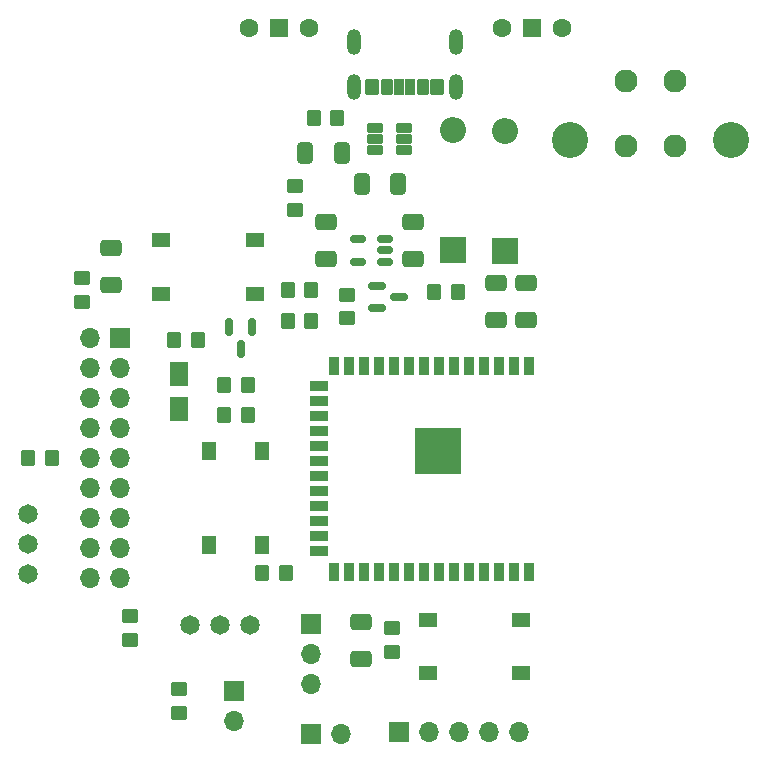
<source format=gbr>
%TF.GenerationSoftware,KiCad,Pcbnew,8.0.8*%
%TF.CreationDate,2025-03-03T07:56:09-06:00*%
%TF.ProjectId,Final Project V1,46696e61-6c20-4507-926f-6a6563742056,rev?*%
%TF.SameCoordinates,Original*%
%TF.FileFunction,Soldermask,Top*%
%TF.FilePolarity,Negative*%
%FSLAX46Y46*%
G04 Gerber Fmt 4.6, Leading zero omitted, Abs format (unit mm)*
G04 Created by KiCad (PCBNEW 8.0.8) date 2025-03-03 07:56:09*
%MOMM*%
%LPD*%
G01*
G04 APERTURE LIST*
G04 Aperture macros list*
%AMRoundRect*
0 Rectangle with rounded corners*
0 $1 Rounding radius*
0 $2 $3 $4 $5 $6 $7 $8 $9 X,Y pos of 4 corners*
0 Add a 4 corners polygon primitive as box body*
4,1,4,$2,$3,$4,$5,$6,$7,$8,$9,$2,$3,0*
0 Add four circle primitives for the rounded corners*
1,1,$1+$1,$2,$3*
1,1,$1+$1,$4,$5*
1,1,$1+$1,$6,$7*
1,1,$1+$1,$8,$9*
0 Add four rect primitives between the rounded corners*
20,1,$1+$1,$2,$3,$4,$5,0*
20,1,$1+$1,$4,$5,$6,$7,0*
20,1,$1+$1,$6,$7,$8,$9,0*
20,1,$1+$1,$8,$9,$2,$3,0*%
%AMFreePoly0*
4,1,6,1.000000,0.000000,0.500000,-0.750000,-0.500000,-0.750000,-0.500000,0.750000,0.500000,0.750000,1.000000,0.000000,1.000000,0.000000,$1*%
G04 Aperture macros list end*
%ADD10C,1.651000*%
%ADD11R,2.200000X2.200000*%
%ADD12O,2.200000X2.200000*%
%ADD13RoundRect,0.250000X0.350000X0.450000X-0.350000X0.450000X-0.350000X-0.450000X0.350000X-0.450000X0*%
%ADD14RoundRect,0.150000X-0.150000X0.587500X-0.150000X-0.587500X0.150000X-0.587500X0.150000X0.587500X0*%
%ADD15R,1.500000X1.500000*%
%ADD16C,1.600000*%
%ADD17RoundRect,0.098000X0.609000X0.294000X-0.609000X0.294000X-0.609000X-0.294000X0.609000X-0.294000X0*%
%ADD18RoundRect,0.250000X-0.350000X-0.450000X0.350000X-0.450000X0.350000X0.450000X-0.350000X0.450000X0*%
%ADD19R,1.300000X1.550000*%
%ADD20C,0.600000*%
%ADD21R,3.900000X3.900000*%
%ADD22R,0.900000X1.500000*%
%ADD23R,1.500000X0.900000*%
%ADD24FreePoly0,90.000000*%
%ADD25FreePoly0,270.000000*%
%ADD26RoundRect,0.250000X-0.450000X0.350000X-0.450000X-0.350000X0.450000X-0.350000X0.450000X0.350000X0*%
%ADD27R,1.700000X1.700000*%
%ADD28O,1.700000X1.700000*%
%ADD29RoundRect,0.250000X0.650000X-0.412500X0.650000X0.412500X-0.650000X0.412500X-0.650000X-0.412500X0*%
%ADD30RoundRect,0.250000X0.450000X-0.350000X0.450000X0.350000X-0.450000X0.350000X-0.450000X-0.350000X0*%
%ADD31RoundRect,0.102000X0.350000X0.575000X-0.350000X0.575000X-0.350000X-0.575000X0.350000X-0.575000X0*%
%ADD32RoundRect,0.102000X0.400000X0.575000X-0.400000X0.575000X-0.400000X-0.575000X0.400000X-0.575000X0*%
%ADD33RoundRect,0.102000X0.450000X0.575000X-0.450000X0.575000X-0.450000X-0.575000X0.450000X-0.575000X0*%
%ADD34O,1.204000X2.204000*%
%ADD35R,1.550000X1.300000*%
%ADD36RoundRect,0.150000X-0.587500X-0.150000X0.587500X-0.150000X0.587500X0.150000X-0.587500X0.150000X0*%
%ADD37RoundRect,0.250000X-0.650000X0.412500X-0.650000X-0.412500X0.650000X-0.412500X0.650000X0.412500X0*%
%ADD38RoundRect,0.250000X-0.412500X-0.650000X0.412500X-0.650000X0.412500X0.650000X-0.412500X0.650000X0*%
%ADD39RoundRect,0.250000X0.412500X0.650000X-0.412500X0.650000X-0.412500X-0.650000X0.412500X-0.650000X0*%
%ADD40C,1.955800*%
%ADD41C,3.048000*%
%ADD42RoundRect,0.150000X0.512500X0.150000X-0.512500X0.150000X-0.512500X-0.150000X0.512500X-0.150000X0*%
G04 APERTURE END LIST*
D10*
%TO.C,U5*%
X187400000Y-123200000D03*
X184860000Y-123200000D03*
X182320000Y-123200000D03*
%TD*%
%TO.C,U4*%
X168600000Y-118851000D03*
X168600000Y-116311000D03*
X168600000Y-113771000D03*
%TD*%
D11*
%TO.C,D2*%
X209000000Y-91480000D03*
D12*
X209000000Y-81320000D03*
%TD*%
D13*
%TO.C,R3*%
X187200000Y-105400000D03*
X185200000Y-105400000D03*
%TD*%
D14*
%TO.C,Q2*%
X187550000Y-97925000D03*
X185650000Y-97925000D03*
X186600000Y-99800000D03*
%TD*%
D15*
%TO.C,SW5*%
X211260000Y-72600000D03*
D16*
X208720000Y-72600000D03*
X213800000Y-72600000D03*
%TD*%
D17*
%TO.C,U3*%
X200455000Y-82950000D03*
X200455000Y-82000000D03*
X200455000Y-81050000D03*
X197945000Y-81050000D03*
X197945000Y-82000000D03*
X197945000Y-82950000D03*
%TD*%
D18*
%TO.C,R12*%
X190600000Y-97400000D03*
X192600000Y-97400000D03*
%TD*%
D19*
%TO.C,SW3*%
X188400000Y-108450000D03*
X188400000Y-116400000D03*
X183900000Y-108450000D03*
X183900000Y-116400000D03*
%TD*%
D20*
%TO.C,U2*%
X202580000Y-109850000D03*
X203980000Y-109850000D03*
X201880000Y-109150000D03*
X203280000Y-109150000D03*
X204680000Y-109150000D03*
X202580000Y-108450000D03*
D21*
X203280000Y-108450000D03*
D20*
X203980000Y-108450000D03*
X201880000Y-107750000D03*
X203280000Y-107750000D03*
X204680000Y-107750000D03*
X202580000Y-107050000D03*
X203980000Y-107050000D03*
D22*
X211000000Y-118700000D03*
X209730000Y-118700000D03*
X208460000Y-118700000D03*
X207190000Y-118700000D03*
X205920000Y-118700000D03*
X204650000Y-118700000D03*
X203380000Y-118700000D03*
X202110000Y-118700000D03*
X200840000Y-118700000D03*
X199570000Y-118700000D03*
X198300000Y-118700000D03*
X197030000Y-118700000D03*
X195760000Y-118700000D03*
X194490000Y-118700000D03*
D23*
X193240000Y-116935000D03*
X193240000Y-115665000D03*
X193240000Y-114395000D03*
X193240000Y-113125000D03*
X193240000Y-111855000D03*
X193240000Y-110585000D03*
X193240000Y-109315000D03*
X193240000Y-108045000D03*
X193240000Y-106775000D03*
X193240000Y-105505000D03*
X193240000Y-104235000D03*
X193240000Y-102965000D03*
D22*
X194490000Y-101200000D03*
X195760000Y-101200000D03*
X197030000Y-101200000D03*
X198300000Y-101200000D03*
X199570000Y-101200000D03*
X200840000Y-101200000D03*
X202110000Y-101200000D03*
X203380000Y-101200000D03*
X204650000Y-101200000D03*
X205920000Y-101200000D03*
X207190000Y-101200000D03*
X208460000Y-101200000D03*
X209730000Y-101200000D03*
X211000000Y-101200000D03*
%TD*%
D15*
%TO.C,JP1*%
X181400000Y-104600000D03*
X181400000Y-102200000D03*
D24*
X181400000Y-105400000D03*
D25*
X181400000Y-101400000D03*
%TD*%
D26*
%TO.C,R9*%
X173200000Y-93800000D03*
X173200000Y-95800000D03*
%TD*%
D27*
%TO.C,J6*%
X176400000Y-98900000D03*
D28*
X173860000Y-98900000D03*
X176400000Y-101440000D03*
X173860000Y-101440000D03*
X176400000Y-103980000D03*
X173860000Y-103980000D03*
X176400000Y-106520000D03*
X173860000Y-106520000D03*
X176400000Y-109060000D03*
X173860000Y-109060000D03*
X176400000Y-111600000D03*
X173860000Y-111600000D03*
X176400000Y-114140000D03*
X173860000Y-114140000D03*
X176400000Y-116680000D03*
X173860000Y-116680000D03*
X176400000Y-119220000D03*
X173860000Y-119220000D03*
%TD*%
D29*
%TO.C,C1*%
X193800000Y-92162500D03*
X193800000Y-89037500D03*
%TD*%
D27*
%TO.C,J3*%
X192600000Y-123060000D03*
D28*
X192600000Y-125600000D03*
X192600000Y-128140000D03*
%TD*%
D29*
%TO.C,C6*%
X196775000Y-126012500D03*
X196775000Y-122887500D03*
%TD*%
D30*
%TO.C,R10*%
X199375000Y-125450000D03*
X199375000Y-123450000D03*
%TD*%
D31*
%TO.C,USB-C1*%
X200980000Y-77605000D03*
D32*
X198960000Y-77605000D03*
D33*
X197730000Y-77605000D03*
D31*
X199980000Y-77605000D03*
D32*
X202000000Y-77605000D03*
D33*
X203230000Y-77605000D03*
D34*
X204800000Y-77600000D03*
X196160000Y-77600000D03*
X204800000Y-73800000D03*
X196160000Y-73800000D03*
%TD*%
D35*
%TO.C,SW1*%
X179850000Y-90600000D03*
X187800000Y-90600000D03*
X179850000Y-95100000D03*
X187800000Y-95100000D03*
%TD*%
D11*
%TO.C,D1*%
X204600000Y-91400000D03*
D12*
X204600000Y-81240000D03*
%TD*%
D18*
%TO.C,R6*%
X185200000Y-102800000D03*
X187200000Y-102800000D03*
%TD*%
D30*
%TO.C,R8*%
X177200000Y-124400000D03*
X177200000Y-122400000D03*
%TD*%
D36*
%TO.C,Q1*%
X198125000Y-94450000D03*
X198125000Y-96350000D03*
X200000000Y-95400000D03*
%TD*%
D30*
%TO.C,R5*%
X181400000Y-130600000D03*
X181400000Y-128600000D03*
%TD*%
D18*
%TO.C,R14*%
X203000000Y-95000000D03*
X205000000Y-95000000D03*
%TD*%
D37*
%TO.C,C5*%
X208200000Y-94237500D03*
X208200000Y-97362500D03*
%TD*%
D18*
%TO.C,R15*%
X190600000Y-94800000D03*
X192600000Y-94800000D03*
%TD*%
D38*
%TO.C,C4*%
X196837500Y-85800000D03*
X199962500Y-85800000D03*
%TD*%
D27*
%TO.C,J2*%
X199980000Y-132200000D03*
D28*
X202520000Y-132200000D03*
X205060000Y-132200000D03*
X207600000Y-132200000D03*
X210140000Y-132200000D03*
%TD*%
D18*
%TO.C,R7*%
X168600000Y-109000000D03*
X170600000Y-109000000D03*
%TD*%
D27*
%TO.C,J5*%
X186025000Y-128750000D03*
D28*
X186025000Y-131290000D03*
%TD*%
D26*
%TO.C,R11*%
X195600000Y-95200000D03*
X195600000Y-97200000D03*
%TD*%
D18*
%TO.C,R1*%
X192800000Y-80200000D03*
X194800000Y-80200000D03*
%TD*%
D29*
%TO.C,C2*%
X201200000Y-92162500D03*
X201200000Y-89037500D03*
%TD*%
D15*
%TO.C,SW4*%
X189860000Y-72600000D03*
D16*
X187320000Y-72600000D03*
X192400000Y-72600000D03*
%TD*%
D27*
%TO.C,J4*%
X192550000Y-132375000D03*
D28*
X195090000Y-132375000D03*
%TD*%
D26*
%TO.C,R2*%
X191200000Y-86000000D03*
X191200000Y-88000000D03*
%TD*%
D13*
%TO.C,R13*%
X183000000Y-99000000D03*
X181000000Y-99000000D03*
%TD*%
D29*
%TO.C,C9*%
X175600000Y-94362500D03*
X175600000Y-91237500D03*
%TD*%
D39*
%TO.C,C3*%
X195162500Y-83200000D03*
X192037500Y-83200000D03*
%TD*%
D40*
%TO.C,J1*%
X223399998Y-82600000D03*
X219200000Y-82600000D03*
X223399998Y-77100001D03*
X219200000Y-77100001D03*
D41*
X214500000Y-82140001D03*
X228099999Y-82140001D03*
%TD*%
D35*
%TO.C,SW2*%
X202425000Y-122750000D03*
X210375000Y-122750000D03*
X202425000Y-127250000D03*
X210375000Y-127250000D03*
%TD*%
D42*
%TO.C,U1*%
X198800000Y-92400000D03*
X198800000Y-91450000D03*
X198800000Y-90500000D03*
X196525000Y-90500000D03*
X196525000Y-92400000D03*
%TD*%
D37*
%TO.C,C10*%
X210800000Y-94237500D03*
X210800000Y-97362500D03*
%TD*%
D13*
%TO.C,R4*%
X190400000Y-118800000D03*
X188400000Y-118800000D03*
%TD*%
M02*

</source>
